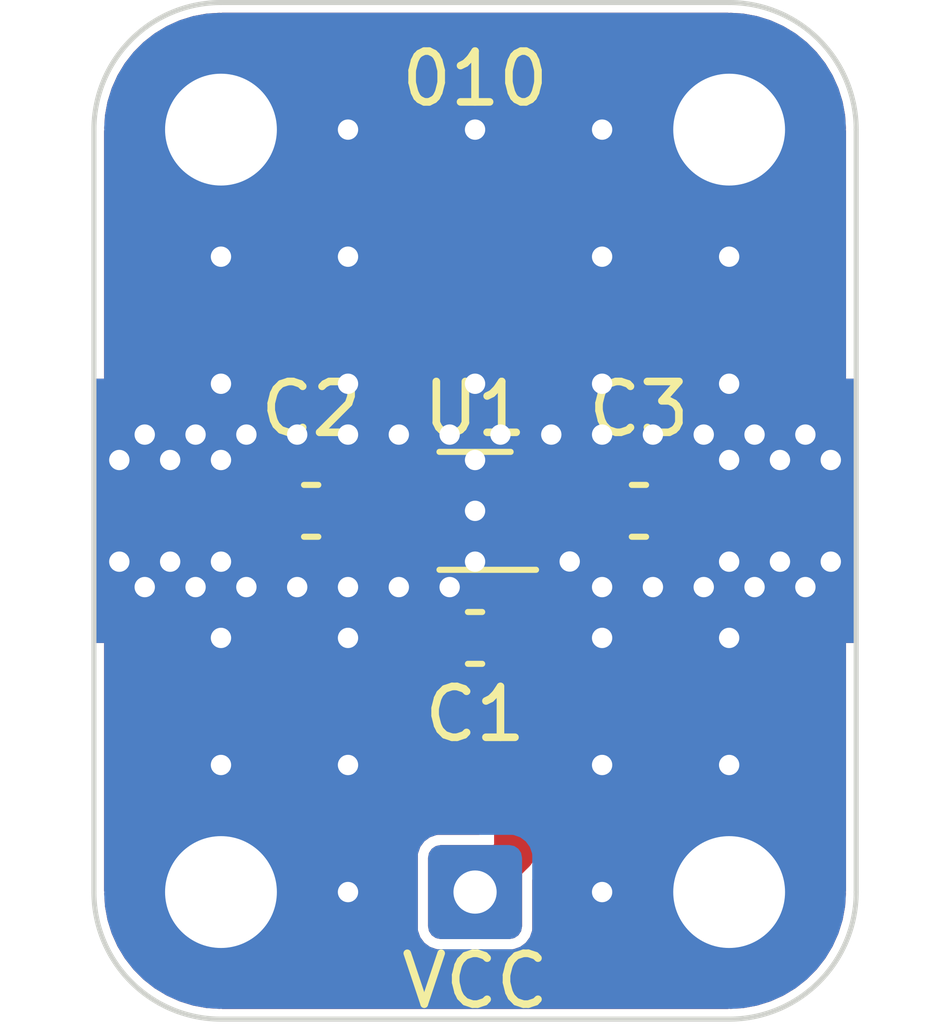
<source format=kicad_pcb>
(kicad_pcb (version 20211014) (generator pcbnew)
  (layers (0 "F.Cu" signal) (31 "B.Cu" signal) (35 "F.Paste" user) (37 "F.SilkS" user "F.Silkscreen") (38 "B.Mask" user) (39 "F.Mask" user) (44 "Edge.Cuts" user))
  (net 0 "")
  (net 1 "GND")
  (net 2 "Net-(C1-Pad2)")
  (net 3 "Net-(C2-Pad1)")
  (net 4 "Net-(C2-Pad2)")
  (net 5 "Net-(C3-Pad1)")
  (net 6 "Net-(C3-Pad2)")
  (footprint "modular-rf-bench-footprints:M2-hole" (layer "F.Cu") (at 125 90)
    (fp_text reference "H1" hide)
    (fp_text value "M2" hide)
    (pad "1" thru_hole circle (at 0 0) (size 3.4 3.4) (drill 2.2) (layers *.Cu *.Mask) (net 1 "GND"))
  )
  (footprint "Connector_Wire:SolderWire-0.25sqmm_1x01_D0.65mm_OD1.7mm" (layer "F.Cu") (at 130 90)
    (fp_text reference "J2" hide)
    (fp_text value "VCC" (at 0 1.75) (layer "F.SilkS"))
    (pad "1" thru_hole roundrect (at 0 0) (size 1.85 1.85) (drill 0.85) (layers *.Cu *.Mask) (roundrect_rratio 0.1351351351) (net 2 "Net-(C1-Pad2)"))
  )
  (footprint "LOGO" (layer "F.Cu") (at 130 77.5)
    (fp_text reference "G***" hide)
    (fp_text value "LOGO" hide)
    (fp_poly (pts (xy 1.365544 -1.907756) (xy 1.3772 -1.901576) (xy 1.381886 -1.88866) (xy 1.379764 -1.866865) (xy 1.370999 -1.834052) (xy 1.355976 -1.788716) (xy 1.34287 -1.751358) (xy 1.331515 -1.72002) (xy 1.323074 -1.697833) (xy 1.318706 -1.687929) (xy 1.318574 -1.687768) (xy 1.323095 -1.681984) (xy 1.338618 -1.670476) (xy 1.361793 -1.655727) (xy 1.362013 -1.655595) (xy 1.412317 -1.620653) (xy 1.450574 -1.584037) (xy 1.476019 -1.547148) (xy 1.487887 -1.511387) (xy 1.485414 -1.478154) (xy 1.472176 -1.453807) (xy 1.456556 -1.434517) (xy 1.5018 -1.407262) (xy 1.53394 -1.386415) (xy 1.567145 -1.362604) (xy 1.584228 -1.349181) (xy 1.605068 -1.331042) (xy 1.615533 -1.317697) (xy 1.618305 -1.303801) (xy 1.616266 -1.285291) (xy 1.612246 -1.253498) (xy 1.609486 -1.221266) (xy 1.609383 -1.219424) (xy 1.605106 -1.194352) (xy 1.594107 -1.180231) (xy 1.589577 -1.177597) (xy 1.570963 -1.164398) (xy 1.555182 -1.148411) (xy 1.547134 -1.139784) (xy 1.537331 -1.133836) (xy 1.522522 -1.129881) (xy 1.499454 -1.127231) (xy 1.464875 -1.1252) (xy 1.440167 -1.124113) (xy 1.392449 -1.121233) (xy 1.356528 -1.117195) (xy 1.334295 -1.112248) (xy 1.328909 -1.109516) (xy 1.31929 -1.094721) (xy 1.312049 -1.072029) (xy 1.311347 -1.068189) (xy 1.30546 -1.047326) (xy 1.293795 -1.016878) (xy 1.278352 -0.981847) (xy 1.269223 -0.962935) (xy 1.255489 -0.934529) (xy 1.24479 -0.909358) (xy 1.236148 -0.883872) (xy 1.228586 -0.854518) (xy 1.221127 -0.817745) (xy 1.212793 -0.770003) (xy 1.207806 -0.739766) (xy 1.198694 -0.67951) (xy 1.189817 -0.612919) (xy 1.18197 -0.546506) (xy 1.17595 -0.486779) (xy 1.173978 -0.46287) (xy 1.162594 -0.343264) (xy 1.147094 -0.237213) (xy 1.127027 -0.142154) (xy 1.102263 -0.056498) (xy 1.079137 0.005703) (xy 1.052868 0.059947) (xy 1.02065 0.11079) (xy 0.979679 0.162789) (xy 0.940362 0.206526) (xy 0.861723 0.300175) (xy 0.794916 0.401238) (xy 0.74497 0.496868) (xy 0.722431 0.542234) (xy 0.702134 0.576206) (xy 0.681229 0.603116) (xy 0.662678 0.621982) (xy 0.640544 0.641589) (xy 0.622499 0.655663) (xy 0.612355 0.661238) (xy 0.612216 0.661243) (xy 0.602662 0.666466) (xy 0.593439 0.682902) (xy 0.584218 0.711702) (xy 0.574674 0.754017) (xy 0.564478 0.810996) (xy 0.558071 0.851652) (xy 0.546259 0.926052) (xy 0.534874 0.98914) (xy 0.522744 1.046061) (xy 0.508697 1.101957) (xy 0.49156 1.161972) (xy 0.47524 1.215123) (xy 0.458855 1.270807) (xy 0.447877 1.318553) (xy 0.442067 1.362812) (xy 0.441186 1.408036) (xy 0.444995 1.458677) (xy 0.453256 1.519186) (xy 0.457507 1.545656) (xy 0.465415 1.594853) (xy 0.472801 1.643072) (xy 0.478996 1.685791) (xy 0.483332 1.718488) (xy 0.48437 1.727497) (xy 0.490235 1.763495) (xy 0.501013 1.793223) (xy 0.519919 1.825273) (xy 0.522254 1.82875) (xy 0.554407 1.876277) (xy 0.312777 1.876277) (xy 0.318362 1.849414) (xy 0.32528 1.82561) (xy 0.333619 1.807335) (xy 0.337507 1.796501) (xy 0.335605 1.781774) (xy 0.326976 1.759271) (xy 0.316792 1.737551) (xy 0.300791 1.701005) (xy 0.287168 1.661139) (xy 0.275038 1.614596) (xy 0.263518 1.558019) (xy 0.252639 1.493846) (xy 0.244579 1.452154) (xy 0.232686 1.401866) (xy 0.218701 1.349952) (xy 0.2072 1.312004) (xy 0.191467 1.26174) (xy 0.179318 1.218325) (xy 0.170017 1.177658) (xy 0.162825 1.135634) (xy 0.157007 1.088151) (xy 0.151823 1.031107) (xy 0.148201 0.983599) (xy 0.143982 0.901088) (xy 0.143341 0.822108) (xy 0.1462 0.750621) (xy 0.152482 0.690593) (xy 0.154094 0.680594) (xy 0.158602 0.654484) (xy 0.010448 0.659061) (xy -0.086176 0.660277) (xy -0.17024 0.657272) (xy -0.245253 0.649713) (xy -0.314723 0.637266) (xy -0.371672 0.622699) (xy -0.456831 0.591612) (xy -0.528282 0.551582) (xy -0.586377 0.50236) (xy -0.631468 0.443697) (xy -0.636349 0.435442) (xy -0.659168 0.395616) (xy -0.664981 0.418777) (xy -0.680868 0.464518) (xy -0.705458 0.514987) (xy -0.735203 0.563809) (xy -0.766557 0.60461) (xy -0.771213 0.60968) (xy -0.798411 0.639298) (xy -0.816655 0.66272) (xy -0.828783 0.685334) (xy -0.837635 0.712527) (xy -0.846049 0.749687) (xy -0.846737 0.753002) (xy -0.862057 0.811103) (xy -0.883793 0.864177) (xy -0.913923 0.915631) (xy -0.954424 0.968871) (xy -1.004187 1.024078) (xy -1.039307 1.061496) (xy -1.06455 1.090275) (xy -1.081982 1.113208) (xy -1.09367 1.133084) (xy -1.101678 1.152696) (xy -1.103433 1.158166) (xy -1.114525 1.208072) (xy -1.121025 1.266808) (xy -1.122496 1.327199) (xy -1.118498 1.382075) (xy -1.117525 1.38861) (xy -1.102342 1.481512) (xy -1.088901 1.559145) (xy -1.076938 1.622653) (xy -1.066191 1.673175) (xy -1.056394 1.711854) (xy -1.047286 1.739831) (xy -1.038601 1.758247) (xy -1.030077 1.768244) (xy -1.029803 1.768438) (xy -1.005408 1.78865) (xy -0.98339 1.812354) (xy -0.968262 1.83438) (xy -0.964731 1.842996) (xy -0.963648 1.850604) (xy -0.967094 1.855474) (xy -0.977908 1.858215) (xy -0.998928 1.859434) (xy -1.032995 1.859741) (xy -1.042855 1.859746) (xy -1.125359 1.859746) (xy -1.123458 1.837016) (xy -1.125122 1.822448) (xy -1.133943 1.805857) (xy -1.151998 1.784056) (xy -1.170544 1.764692) (xy -1.20479 1.725437) (xy -1.235957 1.679405) (xy -1.265225 1.624316) (xy -1.293776 1.55789) (xy -1.322788 1.477846) (xy -1.329619 1.457365) (xy -1.357464 1.368064) (xy -1.377683 1.290677) (xy -1.390236 1.222429) (xy -1.395083 1.160548) (xy -1.392184 1.102259) (xy -1.381499 1.044788) (xy -1.362988 0.985362) (xy -1.336611 0.921207) (xy -1.321445 0.888545) (xy -1.309192 0.861918) (xy -1.301243 0.840317) (xy -1.296694 0.818802) (xy -1.294643 0.792432) (xy -1.294184 0.756267) (xy -1.294236 0.739766) (xy -1.300559 0.650868) (xy -1.31862 0.55139) (xy -1.348231 0.442199) (xy -1.376058 0.359551) (xy -1.390557 0.316208) (xy -1.40417 0.269878) (xy -1.414775 0.228003) (xy -1.418084 0.212152) (xy -1.428239 0.166667) (xy -1.439252 0.13216) (xy -1.450408 0.109735) (xy -1.460993 0.100498) (xy -1.470294 0.105555) (xy -1.47658 0.121615) (xy -1.480396 0.134916) (xy -1.48391 0.136134) (xy -1.489441 0.1239) (xy -1.494057 0.111283) (xy -1.502773 0.072663) (xy -1.505963 0.024668) (xy -1.503782 -0.026553) (xy -1.496384 -0.07485) (xy -1.488688 -0.102225) (xy -1.450884 -0.184517) (xy -1.398914 -0.259619) (xy -1.333759 -0.326953) (xy -1.256402 -0.385942) (xy -1.167828 -0.43601) (xy -1.069019 -0.47658) (xy -0.960958 -0.507074) (xy -0.844629 -0.526916) (xy -0.752164 -0.534477) (xy -0.681949 -0.536107) (xy -0.614701 -0.534059) (xy -0.54649 -0.527899) (xy -0.473388 -0.517192) (xy -0.391464 -0.5015) (xy -0.326578 -0.487274) (xy -0.249713 -0.470048) (xy -0.185906 -0.456566) (xy -0.132212 -0.446424) (xy -0.085686 -0.439217) (xy -0.043383 -0.43454) (xy -0.002361 -0.431986) (xy 0.040327 -0.431152) (xy 0.07889 -0.43147) (xy 0.123771 -0.431997) (xy 0.159184 -0.431459) (xy 0.189825 -0.429278) (xy 0.220386 -0.424876) (xy 0.255563 -0.417677) (xy 0.300047 -0.407104) (xy 0.32283 -0.401469) (xy 0.380435 -0.387766) (xy 0.424954 -0.378992) (xy 0.459082 -0.375158) (xy 0.485515 -0.376274) (xy 0.506948 -0.382348) (xy 0.526077 -0.393392) (xy 0.537379 -0.402247) (xy 0.554221 -0.418594) (xy 0.568494 -0.438226) (xy 0.581226 -0.463652) (xy 0.593444 -0.49738) (xy 0.606174 -0.54192) (xy 0.620443 -0.59978) (xy 0.623375 -0.612325) (xy 0.63742 -0.669675) (xy 0.654345 -0.734031) (xy 0.672135 -0.797971) (xy 0.688775 -0.854074) (xy 0.690649 -0.860087) (xy 0.703068 -0.900563) (xy 0.712926 -0.935612) (xy 0.720863 -0.968687) (xy 0.727519 -1.003244) (xy 0.733533 -1.042738) (xy 0.739543 -1.090624) (xy 0.74619 -1.150358) (xy 0.748679 -1.173707) (xy 0.757555 -1.255401) (xy 0.765453 -1.322659) (xy 0.772752 -1.377519) (xy 0.779829 -1.422019) (xy 0.787065 -1.458197) (xy 0.794836 -1.488092) (xy 0.803523 -1.513743) (xy 0.813503 -1.537188) (xy 0.817857 -1.546235) (xy 0.834446 -1.577587) (xy 0.851334 -1.603312) (xy 0.871381 -1.626327) (xy 0.897441 -1.649555) (xy 0.932371 -1.675914) (xy 0.971201 -1.702984) (xy 1.01094 -1.731743) (xy 1.05226 -1.764267) (xy 1.089361 -1.795872) (xy 1.109332 -1.814557) (xy 1.134436 -1.838066) (xy 1.156069 -1.855774) (xy 1.171122 -1.865257) (xy 1.175456 -1.866092) (xy 1.186312 -1.8544) (xy 1.187602 -1.830417) (xy 1.179341 -1.795325) (xy 1.174286 -1.780876) (xy 1.165102 -1.755448) (xy 1.158892 -1.736565) (xy 1.157175 -1.729536) (xy 1.162238 -1.731068) (xy 1.175795 -1.742484) (xy 1.195394 -1.76128) (xy 1.218586 -1.78495) (xy 1.242921 -1.810988) (xy 1.265948 -1.836889) (xy 1.285219 -1.860148) (xy 1.28652 -1.861813) (xy 1.308272 -1.888003) (xy 1.324819 -1.902763) (xy 1.339561 -1.908774) (xy 1.346754 -1.90934)) (layer "F.Cu") (width 0) (fill solid))
  )
  (footprint "modular-rf-bench-footprints:edge-connector" (layer "F.Cu") (at 137.5 82.5)
    (fp_text reference "J3")
    (fp_text value "CONN" hide)
    (pad "1" smd rect (at -1.5 0) (size 3 0.8) (layers "F.Cu") (net 6 "Net-(C3-Pad2)"))
    (pad "2" thru_hole circle (at -2 1.5) (size 0.8 0.8) (drill 0.4) (layers *.Cu) (net 1 "GND"))
    (pad "2" thru_hole circle (at -0.5 -1) (size 0.8 0.8) (drill 0.4) (layers *.Cu) (net 1 "GND"))
    (pad "2" thru_hole circle (at -1 1.5) (size 0.8 0.8) (drill 0.4) (layers *.Cu) (net 1 "GND"))
    (pad "2" thru_hole circle (at -1.5 1) (size 0.8 0.8) (drill 0.4) (layers *.Cu) (net 1 "GND"))
    (pad "2" thru_hole circle (at -2.5 -1) (size 0.8 0.8) (drill 0.4) (layers *.Cu) (net 1 "GND"))
    (pad "2" thru_hole circle (at -1 -1.5) (size 0.8 0.8) (drill 0.4) (layers *.Cu) (net 1 "GND"))
    (pad "2" smd rect (at -1.5 1.6) (size 3 2) (layers "F.Cu") (net 1 "GND"))
    (pad "2" thru_hole circle (at -0.5 1) (size 0.8 0.8) (drill 0.4) (layers *.Cu) (net 1 "GND"))
    (pad "2" thru_hole circle (at -1.5 -1) (size 0.8 0.8) (drill 0.4) (layers *.Cu) (net 1 "GND"))
    (pad "2" thru_hole circle (at -2 -1.5) (size 0.8 0.8) (drill 0.4) (layers *.Cu) (net 1 "GND"))
    (pad "2" smd rect (at -1.5 -1.6) (size 3 2) (layers "F.Cu") (net 1 "GND"))
    (pad "2" thru_hole circle (at -2.5 1) (size 0.8 0.8) (drill 0.4) (layers *.Cu) (net 1 "GND"))
    (pad "2" smd rect (at -1.5 0) (size 3 5.2) (layers "B.Cu") (net 1 "GND"))
  )
  (footprint "modular-rf-bench-footprints:edge-connector" (layer "F.Cu") (at 122.5 82.5 180)
    (fp_text reference "J1")
    (fp_text value "CONN" hide)
    (pad "1" smd rect (at -1.5 0 180) (size 3 0.8) (layers "F.Cu") (net 3 "Net-(C2-Pad1)"))
    (pad "2" thru_hole circle (at -0.5 1 180) (size 0.8 0.8) (drill 0.4) (layers *.Cu) (net 1 "GND"))
    (pad "2" thru_hole circle (at -1.5 -1 180) (size 0.8 0.8) (drill 0.4) (layers *.Cu) (net 1 "GND"))
    (pad "2" thru_hole circle (at -2 -1.5 180) (size 0.8 0.8) (drill 0.4) (layers *.Cu) (net 1 "GND"))
    (pad "2" smd rect (at -1.5 0 180) (size 3 5.2) (layers "B.Cu") (net 1 "GND"))
    (pad "2" thru_hole circle (at -0.5 -1 180) (size 0.8 0.8) (drill 0.4) (layers *.Cu) (net 1 "GND"))
    (pad "2" smd rect (at -1.5 1.6 180) (size 3 2) (layers "F.Cu") (net 1 "GND"))
    (pad "2" smd rect (at -1.5 -1.6 180) (size 3 2) (layers "F.Cu") (net 1 "GND"))
    (pad "2" thru_hole circle (at -2.5 -1 180) (size 0.8 0.8) (drill 0.4) (layers *.Cu) (net 1 "GND"))
    (pad "2" thru_hole circle (at -2 1.5 180) (size 0.8 0.8) (drill 0.4) (layers *.Cu) (net 1 "GND"))
    (pad "2" thru_hole circle (at -1 1.5 180) (size 0.8 0.8) (drill 0.4) (layers *.Cu) (net 1 "GND"))
    (pad "2" thru_hole circle (at -1 -1.5 180) (size 0.8 0.8) (drill 0.4) (layers *.Cu) (net 1 "GND"))
    (pad "2" thru_hole circle (at -1.5 1 180) (size 0.8 0.8) (drill 0.4) (layers *.Cu) (net 1 "GND"))
    (pad "2" thru_hole circle (at -2.5 1 180) (size 0.8 0.8) (drill 0.4) (layers *.Cu) (net 1 "GND"))
  )
  (footprint "modular-rf-bench-footprints:M2-hole" (layer "F.Cu") (at 135 75)
    (fp_text reference "H3" hide)
    (fp_text value "M2" hide)
    (pad "1" thru_hole circle (at 0 0) (size 3.4 3.4) (drill 2.2) (layers *.Cu *.Mask) (net 1 "GND"))
  )
  (footprint "Capacitor_SMD:C_0603_1608Metric" (layer "F.Cu") (at 133.225 82.5)
    (fp_text reference "C3" (at 0 -2) (layer "F.SilkS"))
    (fp_text value "100p")
    (fp_line (start -0.14058 -0.51) (end 0.14058 -0.51) (layer "F.SilkS") (width 0.12))
    (fp_line (start -0.14058 0.51) (end 0.14058 0.51) (layer "F.SilkS") (width 0.12))
    (pad "1" smd roundrect (at -0.775 0) (size 0.9 0.95) (layers "F.Cu" "F.Paste" "F.Mask") (net 5 "Net-(C3-Pad1)"))
    (pad "2" smd roundrect (at 0.775 0) (size 0.9 0.95) (layers "F.Cu" "F.Paste" "F.Mask") (net 6 "Net-(C3-Pad2)"))
  )
  (footprint "Package_TO_SOT_SMD:SOT-363_SC-70-6" (layer "F.Cu") (at 130 82.5 180)
    (fp_text reference "U1" (at 0 2) (layer "F.SilkS"))
    (fp_text value "BGA2866")
    (fp_line (start -0.7 1.16) (end 0.7 1.16) (layer "F.SilkS") (width 0.12))
    (fp_line (start 0.7 -1.16) (end -1.2 -1.16) (layer "F.SilkS") (width 0.12))
    (pad "1" smd rect (at -0.95 -0.65 180) (size 0.65 0.4) (layers "F.Cu" "F.Paste" "F.Mask") (net 2 "Net-(C1-Pad2)"))
    (pad "2" smd rect (at -0.95 0 180) (size 0.65 0.4) (layers "F.Cu" "F.Paste" "F.Mask") (net 1 "GND"))
    (pad "3" smd rect (at -0.95 0.65 180) (size 0.65 0.4) (layers "F.Cu" "F.Paste" "F.Mask") (net 5 "Net-(C3-Pad1)"))
    (pad "4" smd rect (at 0.95 0.65 180) (size 0.65 0.4) (layers "F.Cu" "F.Paste" "F.Mask") (net 1 "GND"))
    (pad "5" smd rect (at 0.95 0 180) (size 0.65 0.4) (layers "F.Cu" "F.Paste" "F.Mask") (net 1 "GND"))
    (pad "6" smd rect (at 0.95 -0.65 180) (size 0.65 0.4) (layers "F.Cu" "F.Paste" "F.Mask") (net 4 "Net-(C2-Pad2)"))
  )
  (footprint "modular-rf-bench-footprints:M2-hole" (layer "F.Cu") (at 135 90)
    (fp_text reference "H4" hide)
    (fp_text value "M2" hide)
    (pad "1" thru_hole circle (at 0 0) (size 3.4 3.4) (drill 2.2) (layers *.Cu *.Mask) (net 1 "GND"))
  )
  (footprint "Capacitor_SMD:C_0603_1608Metric" (layer "F.Cu") (at 130 85)
    (fp_text reference "C1" (at 0 1.5) (layer "F.SilkS"))
    (fp_text value "22n")
    (fp_line (start -0.14058 -0.51) (end 0.14058 -0.51) (layer "F.SilkS") (width 0.12))
    (fp_line (start -0.14058 0.51) (end 0.14058 0.51) (layer "F.SilkS") (width 0.12))
    (pad "1" smd roundrect (at -0.775 0) (size 0.9 0.95) (layers "F.Cu" "F.Paste" "F.Mask") (net 1 "GND"))
    (pad "2" smd roundrect (at 0.775 0) (size 0.9 0.95) (layers "F.Cu" "F.Paste" "F.Mask") (net 2 "Net-(C1-Pad2)"))
  )
  (footprint "Capacitor_SMD:C_0603_1608Metric" (layer "F.Cu") (at 126.775 82.5)
    (fp_text reference "C2" (at 0 -2) (layer "F.SilkS"))
    (fp_text value "100p")
    (fp_line (start -0.14058 -0.51) (end 0.14058 -0.51) (layer "F.SilkS") (width 0.12))
    (fp_line (start -0.14058 0.51) (end 0.14058 0.51) (layer "F.SilkS") (width 0.12))
    (pad "1" smd roundrect (at -0.775 0) (size 0.9 0.95) (layers "F.Cu" "F.Paste" "F.Mask") (net 3 "Net-(C2-Pad1)"))
    (pad "2" smd roundrect (at 0.775 0) (size 0.9 0.95) (layers "F.Cu" "F.Paste" "F.Mask") (net 4 "Net-(C2-Pad2)"))
  )
  (footprint "modular-rf-bench-footprints:M2-hole" (layer "F.Cu") (at 125 75)
    (fp_text reference "H2" hide)
    (fp_text value "M2" hide)
    (pad "1" thru_hole circle (at 0 0) (size 3.4 3.4) (drill 2.2) (layers *.Cu *.Mask) (net 1 "GND"))
  )
  (gr_line (start 122.5 75) (end 122.5 90) (layer "Edge.Cuts") (width 0.1))
  (gr_line (start 125 92.5) (end 135 92.5) (layer "Edge.Cuts") (width 0.1))
  (gr_arc (start 135 72.5) (mid 136.767767 73.232233) (end 137.5 75) (layer "Edge.Cuts") (width 0.1))
  (gr_arc (start 125 92.5) (mid 123.232233 91.767767) (end 122.5 90) (layer "Edge.Cuts") (width 0.1))
  (gr_line (start 125 72.5) (end 135 72.5) (layer "Edge.Cuts") (width 0.1))
  (gr_line (start 137.5 75) (end 137.5 90) (layer "Edge.Cuts") (width 0.1))
  (gr_arc (start 122.5 75) (mid 123.232233 73.232233) (end 125 72.5) (layer "Edge.Cuts") (width 0.1))
  (gr_arc (start 137.5 90) (mid 136.767767 91.767767) (end 135 92.5) (layer "Edge.Cuts") (width 0.1))
  (gr_text "010" (at 130 74) (layer "F.SilkS") (effects (font (size 1 1))))
  (via (at 130 75) (size 0.8) (drill 0.4) (layers "F.Cu" "B.Cu") (net 1))
  (via (at 134.5 81) (size 0.8) (drill 0.4) (layers "F.Cu" "B.Cu") (net 1))
  (via (at 128.5 84) (size 0.8) (drill 0.4) (layers "F.Cu" "B.Cu") (net 1))
  (via (at 127.5 75) (size 0.8) (drill 0.4) (layers "F.Cu" "B.Cu") (net 1))
  (via (at 132.5 90) (size 0.8) (drill 0.4) (layers "F.Cu" "B.Cu") (net 1))
  (via (at 126.5 81) (size 0.8) (drill 0.4) (layers "F.Cu" "B.Cu") (net 1))
  (via (at 127.5 77.5) (size 0.8) (drill 0.4) (layers "F.Cu" "B.Cu") (net 1))
  (via (at 130 83.5) (size 0.8) (drill 0.4) (layers "F.Cu" "B.Cu") (net 1))
  (via (at 132.5 84) (size 0.8) (drill 0.4) (layers "F.Cu" "B.Cu") (net 1))
  (via (at 125 85) (size 0.8) (drill 0.4) (layers "F.Cu" "B.Cu") (net 1))
  (via (at 133.5 81) (size 0.8) (drill 0.4) (layers "F.Cu" "B.Cu") (net 1))
  (via (at 127.5 81) (size 0.8) (drill 0.4) (layers "F.Cu" "B.Cu") (net 1))
  (via (at 135 77.5) (size 0.8) (drill 0.4) (layers "F.Cu" "B.Cu") (net 1))
  (via (at 130 80) (size 0.8) (drill 0.4) (layers "F.Cu" "B.Cu") (net 1))
  (via (at 131.86265 83.496559) (size 0.8) (drill 0.4) (layers "F.Cu" "B.Cu") (net 1))
  (via (at 132.5 85) (size 0.8) (drill 0.4) (layers "F.Cu" "B.Cu") (net 1))
  (via (at 135 80) (size 0.8) (drill 0.4) (layers "F.Cu" "B.Cu") (net 1))
  (via (at 125.5 81) (size 0.8) (drill 0.4) (layers "F.Cu" "B.Cu") (net 1))
  (via (at 125 80) (size 0.8) (drill 0.4) (layers "F.Cu" "B.Cu") (net 1))
  (via (at 127.5 85) (size 0.8) (drill 0.4) (layers "F.Cu" "B.Cu") (net 1))
  (via (at 132.5 87.5) (size 0.8) (drill 0.4) (layers "F.Cu" "B.Cu") (net 1))
  (via (at 128.5 81) (size 0.8) (drill 0.4) (layers "F.Cu" "B.Cu") (net 1))
  (via (at 129.5 84) (size 0.8) (drill 0.4) (layers "F.Cu" "B.Cu") (net 1))
  (via (at 127.5 84) (size 0.8) (drill 0.4) (layers "F.Cu" "B.Cu") (net 1))
  (via (at 135 87.5) (size 0.8) (drill 0.4) (layers "F.Cu" "B.Cu") (net 1))
  (via (at 125 77.5) (size 0.8) (drill 0.4) (layers "F.Cu" "B.Cu") (net 1))
  (via (at 132.5 77.5) (size 0.8) (drill 0.4) (layers "F.Cu" "B.Cu") (net 1))
  (via (at 129.5 81) (size 0.8) (drill 0.4) (layers "F.Cu" "B.Cu") (net 1))
  (via (at 132.5 81) (size 0.8) (drill 0.4) (layers "F.Cu" "B.Cu") (net 1))
  (via (at 132.5 80) (size 0.8) (drill 0.4) (layers "F.Cu" "B.Cu") (net 1))
  (via (at 127.5 87.5) (size 0.8) (drill 0.4) (layers "F.Cu" "B.Cu") (net 1))
  (via (at 127.5 90) (size 0.8) (drill 0.4) (layers "F.Cu" "B.Cu") (net 1))
  (via (at 130 81.5) (size 0.8) (drill 0.4) (layers "F.Cu" "B.Cu") (net 1))
  (via (at 130 82.5) (size 0.8) (drill 0.4) (layers "F.Cu" "B.Cu") (net 1))
  (via (at 131.5 81) (size 0.8) (drill 0.4) (layers "F.Cu" "B.Cu") (net 1))
  (via (at 133.5 84) (size 0.8) (drill 0.4) (layers "F.Cu" "B.Cu") (net 1))
  (via (at 132.5 75) (size 0.8) (drill 0.4) (layers "F.Cu" "B.Cu") (net 1))
  (via (at 135 85) (size 0.8) (drill 0.4) (layers "F.Cu" "B.Cu") (net 1))
  (via (at 127.5 80) (size 0.8) (drill 0.4) (layers "F.Cu" "B.Cu") (net 1))
  (via (at 130.5 81) (size 0.8) (drill 0.4) (layers "F.Cu" "B.Cu") (net 1))
  (via (at 134.5 84) (size 0.8) (drill 0.4) (layers "F.Cu" "B.Cu") (net 1))
  (via (at 126.5 84) (size 0.8) (drill 0.4) (layers "F.Cu" "B.Cu") (net 1))
  (via (at 125.5 84) (size 0.8) (drill 0.4) (layers "F.Cu" "B.Cu") (net 1))
  (via (at 125 87.5) (size 0.8) (drill 0.4) (layers "F.Cu" "B.Cu") (net 1))
  (segment (start 130 90) (end 130.775 89.225) (width 0.8) (layer "F.Cu") (net 2))
  (segment (start 130.775 89.225) (end 130.775 85) (width 0.8) (layer "F.Cu") (net 2))
  (segment (start 130.95 84.825) (end 130.775 85) (width 0.4064) (layer "F.Cu") (net 2))
  (segment (start 130.95 83.15) (end 130.95 84.825) (width 0.4064) (layer "F.Cu") (net 2))
  (segment (start 124 82.5) (end 126 82.5) (width 0.8) (layer "F.Cu") (net 3))
  (segment (start 128.2 83.15) (end 127.55 82.5) (width 0.4064) (layer "F.Cu") (net 4))
  (segment (start 129.05 83.15) (end 128.2 83.15) (width 0.4064) (layer "F.Cu") (net 4))
  (segment (start 131.8 81.85) (end 132.45 82.5) (width 0.4064) (layer "F.Cu") (net 5))
  (segment (start 130.95 81.85) (end 131.8 81.85) (width 0.4064) (layer "F.Cu") (net 5))
  (segment (start 136 82.5) (end 134 82.5) (width 0.8) (layer "F.Cu") (net 6))
  (zone (net 1) (net_name "GND") (layers F&B.Cu) (name "GND") (connect_pads yes (clearance 0.2)) (min_thickness 0.2) (fill yes (thermal_gap 0.2) (thermal_bridge_width 0.2))
    (polygon (pts (xy 137.5 92.5) (xy 122.5 92.5) (xy 122.5 72.5) (xy 137.5 72.5)))
  )
)
</source>
